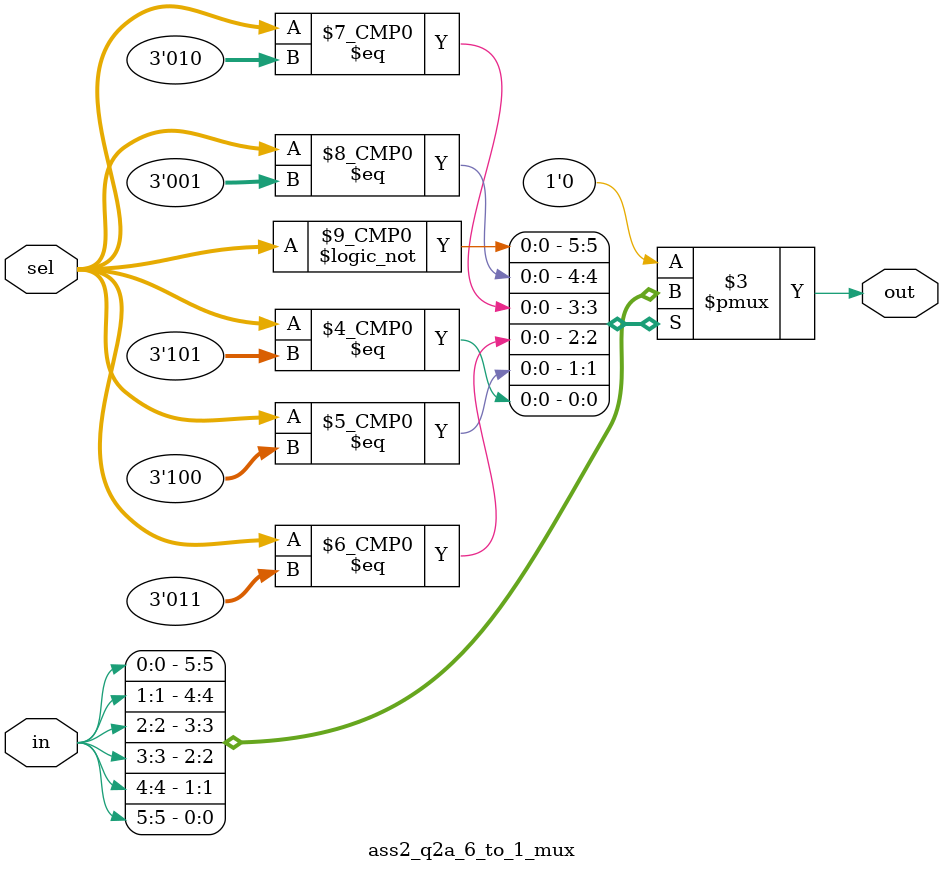
<source format=v>
`timescale 1ns / 1ps

module ass2_q2a_6_to_1_mux (
    input [2:0] sel,
    input [5:0] in,
    output reg out
);
  always @(*) begin
    case(sel) 
        3'b000  : out=in[0];
        3'b001  : out=in[1];
        3'b010  : out=in[2];
        3'b011  : out=in[3];
        3'b100  : out=in[4];
        3'b101  : out=in[5];
        default : out=0;
    endcase
  end
endmodule

</source>
